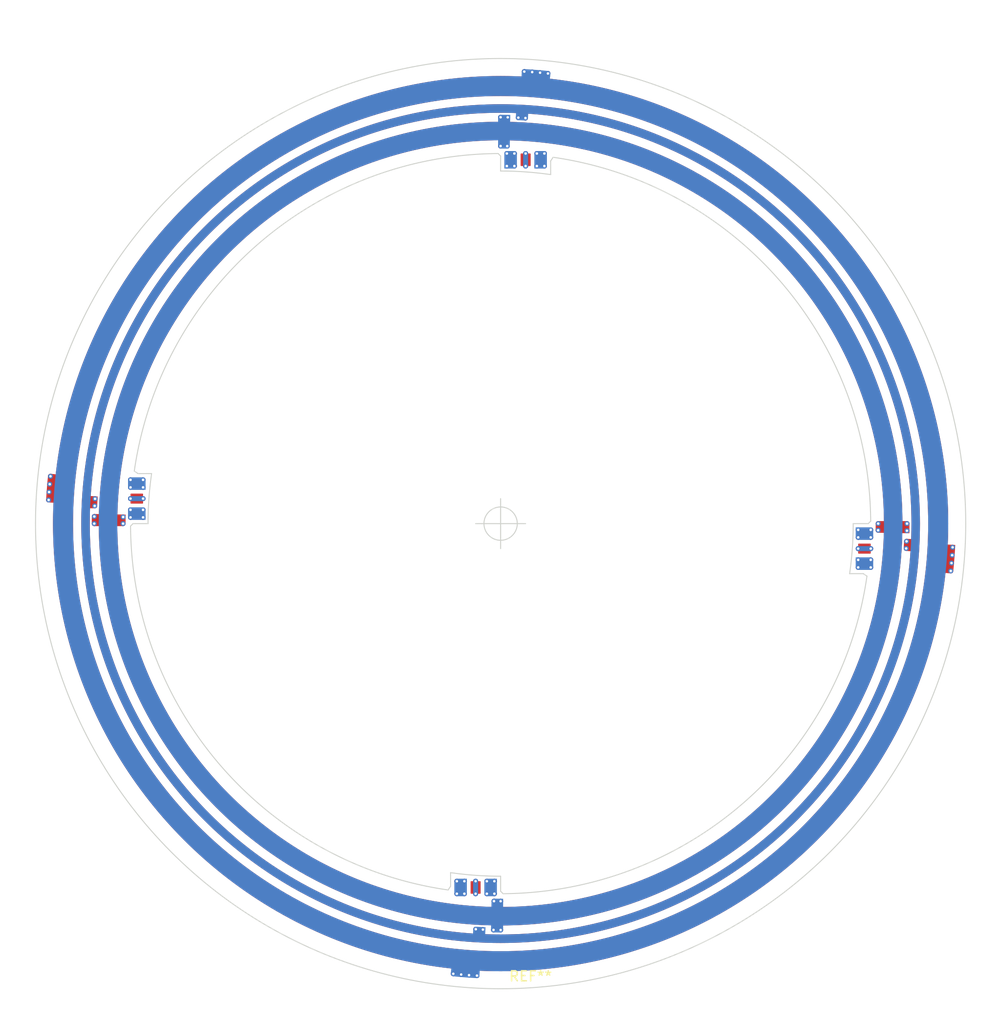
<source format=kicad_pcb>
(kicad_pcb (version 20211014) (generator pcbnew)
  (title_block (title "ESR_RAIL") (date "2022-06-24") (rev "v_0.9"))
  (layers (0 "F.Cu" signal) (1 "In1.Cu" signal) (2 "In2.Cu" signal) (31 "B.Cu" signal) (34 "B.Paste" user) (35 "F.Paste" user) (36 "B.SilkS" user "B.Silkscreen") (37 "F.SilkS" user "F.Silkscreen") (38 "B.Mask" user) (39 "F.Mask" user) (44 "Edge.Cuts" user))
  (net 0 "")
  (footprint "MECHANICAL:ESR_RAIL" (layer "F.Cu") (at 100 100)
    (fp_text reference "REF**" (at 3 45.25 unlocked) (layer "F.SilkS"))
    (fp_text value "ESR_RAIL")
    (fp_circle (center 0 0) (end 39.25 0) (layer "F.Cu") (width 1.85) (fill none))
    (fp_circle (center 0 0) (end 43.75 0) (layer "F.Cu") (width 2) (fill none))
    (fp_circle (center 0 0) (end 41.5 0) (layer "F.Cu") (width 0.85) (fill none))
    (fp_poly (pts (xy -40.618812 -0.709005) (xy -37.744251 -0.658829) (xy -37.75 0) (xy -40.625 0)) (layer "F.Cu") (width 0.5) (fill solid))
    (fp_poly (pts (xy -41.460501 -1.810205) (xy -41.422593 -2.533515) (xy -40.549226 -2.480098) (xy -40.586334 -1.772038)) (layer "F.Cu") (width 0.5) (fill solid))
    (fp_poly (pts (xy 41.460501 1.810205) (xy 41.422593 2.533515) (xy 40.549226 2.480098) (xy 40.586334 1.772038)) (layer "F.Cu") (width 0.5) (fill solid))
    (fp_poly (pts (xy 45.187986 2.368202) (xy 45.139773 3.15648) (xy 45.07781 3.943797) (xy 45.002116 4.729913) (xy 43.510333 4.573121) (xy 43.690042 2.289698)) (layer "F.Cu") (width 0.5) (fill solid))
    (fp_poly (pts (xy 40.618812 0.709005) (xy 37.744251 0.658829) (xy 37.75 0) (xy 40.625 0)) (layer "F.Cu") (width 0.5) (fill solid))
    (fp_poly (pts (xy -45.187986 -2.368202) (xy -45.139773 -3.15648) (xy -45.07781 -3.943797) (xy -45.002116 -4.729913) (xy -43.510333 -4.573121) (xy -43.690042 -2.289698)) (layer "F.Cu") (width 0.5) (fill solid))
    (fp_line (start -35.75 -2.5) (end -37 -2.5) (layer "B.Cu") (width 0.5))
    (fp_line (start -2.5 35.75) (end -2.5 37) (layer "B.Cu") (width 0.5))
    (fp_line (start 2.5 -35.75) (end 2.5 -37) (layer "B.Cu") (width 0.5))
    (fp_line (start 35.75 2.5) (end 37 2.5) (layer "B.Cu") (width 0.5))
    (fp_rect (start 3.625 -35.75) (end 4.375 -37) (layer "B.Cu") (width 0.5) (fill solid))
    (fp_rect (start -0.625 35.75) (end -1.375 37) (layer "B.Cu") (width 0.5) (fill solid))
    (fp_rect (start 35.75 3.625) (end 37 4.375) (layer "B.Cu") (width 0.5) (fill solid))
    (fp_rect (start -35.75 -0.625) (end -37 -1.375) (layer "B.Cu") (width 0.5) (fill solid))
    (fp_rect (start -3.625 35.75) (end -4.375 37) (layer "B.Cu") (width 0.5) (fill solid))
    (fp_rect (start -35.75 -3.625) (end -37 -4.375) (layer "B.Cu") (width 0.5) (fill solid))
    (fp_rect (start 35.75 0.625) (end 37 1.375) (layer "B.Cu") (width 0.5) (fill solid))
    (fp_rect (start 0.625 -35.75) (end 1.375 -37) (layer "B.Cu") (width 0.5) (fill solid))
    (fp_circle (center 0 0) (end 39.25 0) (layer "B.Cu") (width 1.85) (fill none))
    (fp_circle (center 0 0) (end 41.5 0) (layer "B.Cu") (width 0.85) (fill none))
    (fp_circle (center 0 0) (end 43.75 0) (layer "B.Cu") (width 2) (fill none))
    (fp_poly (pts (xy -0.709005 40.618812) (xy -0.658829 37.744251) (xy 0 37.75) (xy 0 40.625)) (layer "B.Cu") (width 0.5) (fill solid))
    (fp_poly (pts (xy 1.772038 -40.586334) (xy 1.810205 -41.460501) (xy 2.533515 -41.422593) (xy 2.480098 -40.549226)) (layer "B.Cu") (width 0.5) (fill solid))
    (fp_poly (pts (xy -1.772038 40.586334) (xy -1.810205 41.460501) (xy -2.533515 41.422593) (xy -2.480098 40.549226)) (layer "B.Cu") (width 0.5) (fill solid))
    (fp_poly (pts (xy -2.368202 45.187986) (xy -3.15648 45.139773) (xy -3.943797 45.07781) (xy -4.729913 45.002116) (xy -4.573121 43.510333) (xy -2.289698 43.690042)) (layer "B.Cu") (width 0.5) (fill solid))
    (fp_poly (pts (xy 0.709005 -40.618812) (xy 0.658829 -37.744251) (xy 0 -37.75) (xy 0 -40.625)) (layer "B.Cu") (width 0.5) (fill solid))
    (fp_poly (pts (xy 2.368202 -45.187986) (xy 3.15648 -45.139773) (xy 3.943797 -45.07781) (xy 4.729913 -45.002116) (xy 4.573121 -43.510333) (xy 2.289698 -43.690042)) (layer "B.Cu") (width 0.5) (fill solid))
    (fp_line (start 0.25 37) (end 0 36.75) (layer "Edge.Cuts") (width 0.1))
    (fp_line (start -5 36.25) (end -5.002611 34.893214) (layer "Edge.Cuts") (width 0.1))
    (fp_line (start 5 -36.25) (end 5.002611 -34.893214) (layer "Edge.Cuts") (width 0.1))
    (fp_line (start 36.75 0) (end 35.25 0) (layer "Edge.Cuts") (width 0.1))
    (fp_line (start -36.25 -5) (end -34.893214 -5.002611) (layer "Edge.Cuts") (width 0.1))
    (fp_line (start -5.25 36.624999) (end -5 36.25) (layer "Edge.Cuts") (width 0.1))
    (fp_line (start 5.25 -36.624999) (end 5 -36.25) (layer "Edge.Cuts") (width 0.1))
    (fp_line (start -36.75 0) (end -35.25 0) (layer "Edge.Cuts") (width 0.1))
    (fp_line (start 37 -0.25) (end 36.75 0) (layer "Edge.Cuts") (width 0.1))
    (fp_line (start -0.25 -37) (end 0 -36.75) (layer "Edge.Cuts") (width 0.1))
    (fp_line (start -37 0.25) (end -36.75 0) (layer "Edge.Cuts") (width 0.1))
    (fp_line (start 0 -36.75) (end 0 -35.25) (layer "Edge.Cuts") (width 0.1))
    (fp_line (start 36.25 5) (end 34.893214 5.002611) (layer "Edge.Cuts") (width 0.1))
    (fp_line (start -36.624999 -5.25) (end -36.25 -5) (layer "Edge.Cuts") (width 0.1))
    (fp_line (start 36.625 5.25) (end 36.25 5) (layer "Edge.Cuts") (width 0.1))
    (fp_line (start 0 36.75) (end 0 35.25) (layer "Edge.Cuts") (width 0.1))
    (fp_arc (start 0 35.25) (mid -2.507659 35.160691) (end -5.002611 34.893214) (layer "Edge.Cuts") (width 0.1))
    (fp_arc (start 36.624999 5.25) (mid 24.32968 27.875073) (end 0.24999 36.998521) (layer "Edge.Cuts") (width 0.1))
    (fp_arc (start 35.25 0) (mid 35.160691 2.507659) (end 34.893214 5.002611) (layer "Edge.Cuts") (width 0.1))
    (fp_arc (start 5.25 -36.624998) (mid 27.875072 -24.32968) (end 36.99852 -0.24999) (layer "Edge.Cuts") (width 0.1))
    (fp_arc (start -5.25 36.624998) (mid -27.875072 24.32968) (end -36.99852 0.24999) (layer "Edge.Cuts") (width 0.1))
    (fp_arc (start 0 -35.25) (mid 2.507659 -35.160691) (end 5.002611 -34.893214) (layer "Edge.Cuts") (width 0.1))
    (fp_arc (start -36.624998 -5.25) (mid -24.32968 -27.875072) (end -0.24999 -36.99852) (layer "Edge.Cuts") (width 0.1))
    (fp_arc (start -35.25 0) (mid -35.160691 -2.507659) (end -34.893214 -5.002611) (layer "Edge.Cuts") (width 0.1))
    (fp_circle (center 0 0) (end 46.5 0) (layer "Edge.Cuts") (width 0.1) (fill none))
    (pad "1" thru_hole circle locked (at 35.75 4.375 90) (size 0.5 0.5) (drill 0.25) (layers *.Cu))
    (pad "1" smd roundrect locked (at 36.375 4) (size 1.25 1) (layers "F.Cu" "F.Paste" "F.Mask") (roundrect_rratio 0.05))
    (pad "1" thru_hole circle locked (at 37 3.625 90) (size 0.5 0.5) (drill 0.25) (layers *.Cu))
    (pad "1" thru_hole circle locked (at 35.75 3.625 90) (size 0.5 0.5) (drill 0.25) (layers *.Cu))
    (pad "1" thru_hole circle locked (at 37 4.375 90) (size 0.5 0.5) (drill 0.25) (layers *.Cu))
    (pad "2" thru_hole circle locked (at 37 2.5 90) (size 0.5 0.5) (drill 0.25) (layers *.Cu))
    (pad "2" smd roundrect locked (at 36.375 2.5) (size 1.25 1) (layers "F.Cu" "F.Paste" "F.Mask") (roundrect_rratio 0.05))
    (pad "2" thru_hole circle locked (at 35.75 2.5 90) (size 0.5 0.5) (drill 0.25) (layers *.Cu))
    (pad "3" thru_hole circle locked (at 35.75 1.375 90) (size 0.5 0.5) (drill 0.25) (layers *.Cu))
    (pad "3" thru_hole circle locked (at 37 0.625 90) (size 0.5 0.5) (drill 0.25) (layers *.Cu))
    (pad "3" smd roundrect locked (at 36.375 1) (size 1.25 1) (layers "F.Cu" "F.Paste" "F.Mask") (roundrect_rratio 0.05))
    (pad "3" thru_hole circle locked (at 37 1.375 90) (size 0.5 0.5) (drill 0.25) (layers *.Cu))
    (pad "3" thru_hole circle locked (at 35.75 0.625 90) (size 0.5 0.5) (drill 0.25) (layers *.Cu))
    (pad "4" thru_hole circle locked (at 3.625 -37 180) (size 0.5 0.5) (drill 0.25) (layers *.Cu))
    (pad "4" thru_hole circle locked (at 3.625 -35.75 180) (size 0.5 0.5) (drill 0.25) (layers *.Cu))
    (pad "4" thru_hole circle locked (at 4.375 -35.75 180) (size 0.5 0.5) (drill 0.25) (layers *.Cu))
    (pad "4" smd roundrect locked (at 4 -36.375 90) (size 1.25 1) (layers "F.Cu" "F.Paste" "F.Mask") (roundrect_rratio 0.05))
    (pad "4" thru_hole circle locked (at 4.375 -37 180) (size 0.5 0.5) (drill 0.25) (layers *.Cu))
    (pad "5" thru_hole circle locked (at 2.5 -37 180) (size 0.5 0.5) (drill 0.25) (layers *.Cu))
    (pad "5" thru_hole circle locked (at 2.5 -35.75 180) (size 0.5 0.5) (drill 0.25) (layers *.Cu))
    (pad "5" smd roundrect locked (at 2.5 -36.375 90) (size 1.25 1) (layers "F.Cu" "F.Paste" "F.Mask") (roundrect_rratio 0.05))
    (pad "6" smd roundrect locked (at 1 -36.375 90) (size 1.25 1) (layers "F.Cu" "F.Paste" "F.Mask") (roundrect_rratio 0.05))
    (pad "6" thru_hole circle locked (at 0.625 -35.75 180) (size 0.5 0.5) (drill 0.25) (layers *.Cu))
    (pad "6" thru_hole circle locked (at 0.625 -37 180) (size 0.5 0.5) (drill 0.25) (layers *.Cu))
    (pad "6" thru_hole circle locked (at 1.375 -35.75 180) (size 0.5 0.5) (drill 0.25) (layers *.Cu))
    (pad "6" thru_hole circle locked (at 1.375 -37 180) (size 0.5 0.5) (drill 0.25) (layers *.Cu))
    (pad "7" smd roundrect locked (at -36.375 -4) (size 1.25 1) (layers "F.Cu" "F.Paste" "F.Mask") (roundrect_rratio 0.05))
    (pad "7" thru_hole circle locked (at -35.75 -3.625 90) (size 0.5 0.5) (drill 0.25) (layers *.Cu))
    (pad "7" thru_hole circle locked (at -37 -3.625 90) (size 0.5 0.5) (drill 0.25) (layers *.Cu))
    (pad "7" thru_hole circle locked (at -37 -4.375 90) (size 0.5 0.5) (drill 0.25) (layers *.Cu))
    (pad "7" thru_hole circle locked (at -35.75 -4.375 90) (size 0.5 0.5) (drill 0.25) (layers *.Cu))
    (pad "8" thru_hole circle locked (at -35.75 -2.5 90) (size 0.5 0.5) (drill 0.25) (layers *.Cu))
    (pad "8" smd roundrect locked (at -36.375 -2.5) (size 1.25 1) (layers "F.Cu" "F.Paste" "F.Mask") (roundrect_rratio 0.05))
    (pad "8" thru_hole circle locked (at -37 -2.5 90) (size 0.5 0.5) (drill 0.25) (layers *.Cu))
    (pad "9" thru_hole circle locked (at -35.75 -1.375 90) (size 0.5 0.5) (drill 0.25) (layers *.Cu))
    (pad "9" thru_hole circle locked (at -37 -1.375 90) (size 0.5 0.5) (drill 0.25) (layers *.Cu))
    (pad "9" smd roundrect locked (at -36.375 -1) (size 1.25 1) (layers "F.Cu" "F.Paste" "F.Mask") (roundrect_rratio 0.05))
    (pad "9" thru_hole circle locked (at -35.75 -0.625 90) (size 0.5 0.5) (drill 0.25) (layers *.Cu))
    (pad "9" thru_hole circle locked (at -37 -0.625 90) (size 0.5 0.5) (drill 0.25) (layers *.Cu))
    (pad "10" thru_hole circle locked (at -3.625 37 180) (size 0.5 0.5) (drill 0.25) (layers *.Cu))
    (pad "10" thru_hole circle locked (at -4.375 37 180) (size 0.5 0.5) (drill 0.25) (layers *.Cu))
    (pad "10" thru_hole circle locked (at -4.375 35.75 180) (size 0.5 0.5) (drill 0.25) (layers *.Cu))
    (pad "10" thru_hole circle locked (at -3.625 35.75 180) (size 0.5 0.5) (drill 0.25) (layers *.Cu))
    (pad "10" smd roundrect locked (at -4 36.375 90) (size 1.25 1) (layers "F.Cu" "F.Paste" "F.Mask") (roundrect_rratio 0.05))
    (pad "11" thru_hole circle locked (at -2.5 37 180) (size 0.5 0.5) (drill 0.25) (layers *.Cu))
    (pad "11" thru_hole circle locked (at -2.5 35.75 180) (size 0.5 0.5) (drill 0.25) (layers *.Cu))
    (pad "11" smd roundrect locked (at -2.5 36.375 90) (size 1.25 1) (layers "F.Cu" "F.Paste" "F.Mask") (roundrect_rratio 0.05))
    (pad "12" thru_hole circle locked (at -1.375 35.75 180) (size 0.5 0.5) (drill 0.25) (layers *.Cu))
    (pad "12" thru_hole circle locked (at -0.625 35.75 180) (size 0.5 0.5) (drill 0.25) (layers *.Cu))
    (pad "12" thru_hole circle locked (at -0.625 37 180) (size 0.5 0.5) (drill 0.25) (layers *.Cu))
    (pad "12" thru_hole circle locked (at -1.375 37 180) (size 0.5 0.5) (drill 0.25) (layers *.Cu))
    (pad "12" smd roundrect locked (at -1 36.375 90) (size 1.25 1) (layers "F.Cu" "F.Paste" "F.Mask") (roundrect_rratio 0.05))
    (pad "A" thru_hole circle locked (at 37.75 0) (size 0.5 0.5) (drill 0.25) (layers *.Cu))
    (pad "A" thru_hole circle locked (at 40.625 0) (size 0.5 0.5) (drill 0.25) (layers *.Cu))
    (pad "A" thru_hole circle locked (at -37.744251 -0.658829 359) (size 0.5 0.5) (drill 0.25) (layers *.Cu))
    (pad "A" thru_hole circle locked (at -40.625 0) (size 0.5 0.5) (drill 0.25) (layers *.Cu))
    (pad "A" thru_hole circle locked (at -37.75 0) (size 0.5 0.5) (drill 0.25) (layers *.Cu))
    (pad "A" thru_hole circle locked (at 40.618812 0.709005 359) (size 0.5 0.5) (drill 0.25) (layers *.Cu))
    (pad "A" thru_hole circle locked (at 37.744251 0.658829 359) (size 0.5 0.5) (drill 0.25) (layers *.Cu))
    (pad "A" thru_hole circle locked (at -40.618812 -0.709005) (size 0.5 0.5) (drill 0.25) (layers *.Cu))
    (pad "B" thru_hole circle locked (at 0 -40.625) (size 0.5 0.5) (drill 0.25) (layers *.Cu))
    (pad "B" thru_hole circle locked (at 0 37.75) (size 0.5 0.5) (drill 0.25) (layers *.Cu))
    (pad "B" thru_hole circle locked (at 0 -37.75) (size 0.5 0.5) (drill 0.25) (layers *.Cu))
    (pad "B" thru_hole circle locked (at 0.709005 -40.618812) (size 0.5 0.5) (drill 0.25) (layers *.Cu))
    (pad "B" thru_hole circle locked (at -0.658829 37.744251 359) (size 0.5 0.5) (drill 0.25) (layers *.Cu))
    (pad "B" thru_hole circle locked (at 0 40.625) (size 0.5 0.5) (drill 0.25) (layers *.Cu))
    (pad "B" thru_hole circle locked (at 0.658829 -37.744251 359) (size 0.5 0.5) (drill 0.25) (layers *.Cu))
    (pad "B" thru_hole circle locked (at -0.709005 40.618812) (size 0.5 0.5) (drill 0.25) (layers *.Cu))
    (pad "C" thru_hole circle locked (at 40.549226 2.480098 356.5) (size 0.5 0.5) (drill 0.25) (layers *.Cu))
    (pad "C" thru_hole circle locked (at -40.586334 -1.772038 357.5) (size 0.5 0.5) (drill 0.25) (layers *.Cu))
    (pad "C" thru_hole circle locked (at -40.549226 -2.480098 356.5) (size 0.5 0.5) (drill 0.25) (layers *.Cu))
    (pad "C" thru_hole circle locked (at 40.586334 1.772038 357.5) (size 0.5 0.5) (drill 0.25) (layers *.Cu))
    (pad "D" thru_hole circle locked (at 1.772038 -40.586334 357.5) (size 0.5 0.5) (drill 0.25) (layers *.Cu))
    (pad "D" thru_hole circle locked (at 2.480098 -40.549226 356.5) (size 0.5 0.5) (drill 0.25) (layers *.Cu))
    (pad "D" thru_hole circle locked (at -1.772038 40.586334 357.5) (size 0.5 0.5) (drill 0.25) (layers *.Cu))
    (pad "D" thru_hole circle locked (at -2.480098 40.549226 356.5) (size 0.5 0.5) (drill 0.25) (layers *.Cu))
    (pad "E" thru_hole circle locked (at -45.187986 -2.368202 355) (size 0.5 0.5) (drill 0.25) (layers *.Cu))
    (pad "E" thru_hole circle locked (at 45.07781 3.943797 355) (size 0.5 0.5) (drill 0.25) (layers *.Cu))
    (pad "E" thru_hole circle locked (at -45.07781 -3.943797 355) (size 0.5 0.5) (drill 0.25) (layers *.Cu))
    (pad "E" thru_hole circle locked (at 45.187986 2.368202 357) (size 0.5 0.5) (drill 0.25) (layers *.Cu))
    (pad "E" thru_hole circle locked (at 45.002116 4.729913 354) (size 0.5 0.5) (drill 0.25) (layers *.Cu))
    (pad "E" thru_hole circle locked (at 45.139773 3.15648 356) (size 0.5 0.5) (drill 0.25) (layers *.Cu))
    (pad "E" thru_hole circle locked (at -45.002116 -4.729913 354) (size 0.5 0.5) (drill 0.25) (layers *.Cu))
    (pad "E" thru_hole circle locked (at -45.139773 -3.15648 355) (size 0.5 0.5) (drill 0.25) (layers *.Cu))
    (pad "F" thru_hole circle locked (at -3.15648 45.139773 355) (size 0.5 0.5) (drill 0.25) (layers *.Cu))
    (pad "F" thru_hole circle locked (at 3.15648 -45.139773 355) (size 0.5 0.5) (drill 0.25) (layers *.Cu))
    (pad "F" thru_hole circle locked (at 4.729913 -45.002116 354) (size 0.5 0.5) (drill 0.25) (layers *.Cu))
    (pad "F" thru_hole circle locked (at -3.943797 45.07781 355) (size 0.5 0.5) (drill 0.25) (layers *.Cu))
    (pad "F" thru_hole circle locked (at -2.368202 45.187986 355) (size 0.5 0.5) (drill 0.25) (layers *.Cu))
    (pad "F" thru_hole circle locked (at 2.368202 -45.187986 355) (size 0.5 0.5) (drill 0.25) (layers *.Cu))
    (pad "F" thru_hole circle locked (at 3.943797 -45.07781 355) (size 0.5 0.5) (drill 0.25) (layers *.Cu))
    (pad "F" thru_hole circle locked (at -4.729913 45.002116 354) (size 0.5 0.5) (drill 0.25) (layers *.Cu))
  )
  (target plus (at 100 100) (size 5) (width 0.1) (layer "Edge.Cuts"))
)
</source>
